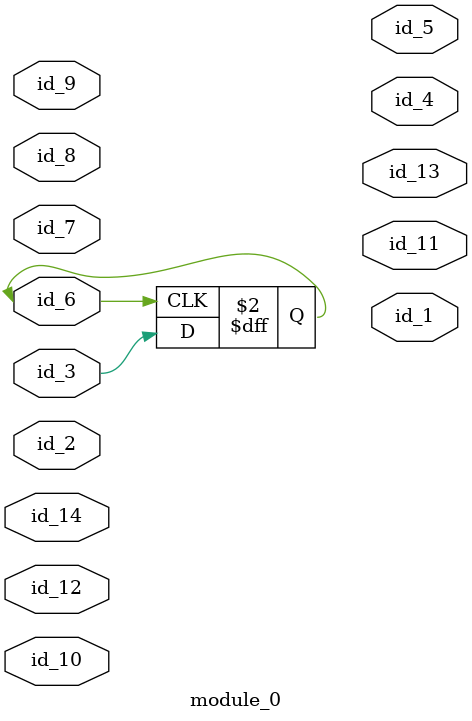
<source format=v>
module module_0 (
    id_1,
    id_2,
    id_3,
    id_4,
    id_5,
    id_6,
    id_7,
    id_8,
    id_9,
    id_10,
    id_11,
    id_12,
    id_13,
    id_14
);
  inout id_14;
  output id_13;
  inout id_12;
  output id_11;
  inout id_10;
  input id_9;
  input id_8;
  input id_7;
  inout id_6;
  output id_5;
  output id_4;
  inout id_3;
  inout id_2;
  output id_1;
  always @(posedge id_6) begin
    id_6 = id_3;
  end
endmodule

</source>
